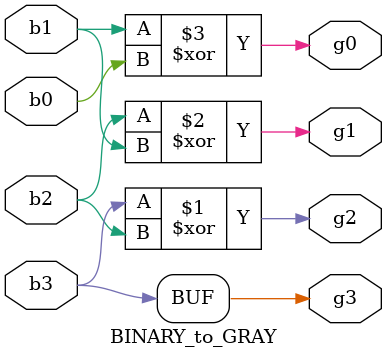
<source format=v>
module BINARY_to_GRAY(g3,g2,g1,g0,b3,b2,b1,b0);
input b3,b2,b1,b0;
output g3,g2,g1,g0;

assign g3=b3;
assign g2=b3^b2;
assign g1=b2^b1;
assign g0=b1^b0;

endmodule

</source>
